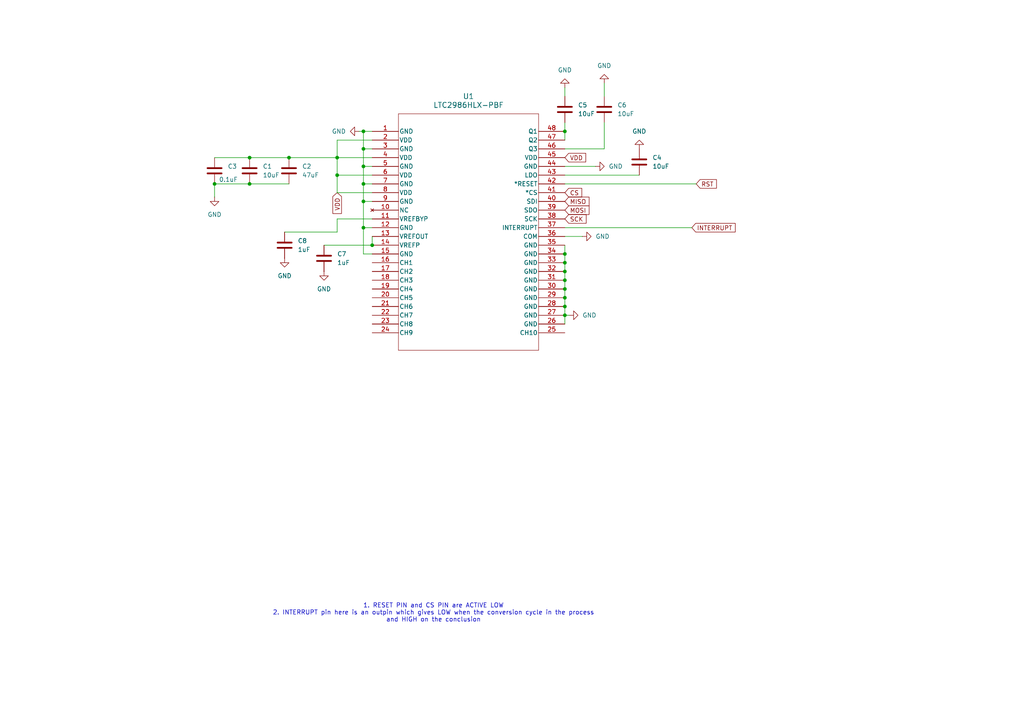
<source format=kicad_sch>
(kicad_sch (version 20231120) (generator "eeschema") (generator_version "8.0")
  (paper "A4")
  (lib_symbols
    (symbol "2025-01-09_17-24-37:LTC2986HLX-PBF" (pin_names (offset 0.254))
      (property "Reference" "U" (at 27.94 10.16 0))
      (property "Value" "LTC2986HLX-PBF" (at 27.94 7.62 0))
      (symbol "LTC2986HLX-PBF_0_1"
        (polyline (pts (xy 7.62 -63.5) (xy 48.26 -63.5)) (stroke (width 0.127)))
        (polyline (pts (xy 7.62 5.08) (xy 7.62 -63.5)) (stroke (width 0.127)))
        (polyline (pts (xy 48.26 -63.5) (xy 48.26 5.08)) (stroke (width 0.127)))
        (polyline (pts (xy 48.26 5.08) (xy 7.62 5.08)) (stroke (width 0.127)))
        (pin power_out line (at 0 0 0) (length 7.62) (name "GND") (number "1"))
        (pin no_connect line (at 0 -22.86 0) (length 7.62) (name "NC") (number "10"))
        (pin unspecified line (at 0 -25.4 0) (length 7.62) (name "VREFBYP") (number "11"))
        (pin power_out line (at 0 -27.94 0) (length 7.62) (name "GND") (number "12"))
        (pin output line (at 0 -30.48 0) (length 7.62) (name "VREFOUT") (number "13"))
        (pin input line (at 0 -33.02 0) (length 7.62) (name "VREFP") (number "14"))
        (pin power_out line (at 0 -35.56 0) (length 7.62) (name "GND") (number "15"))
        (pin input line (at 0 -38.1 0) (length 7.62) (name "CH1") (number "16"))
        (pin input line (at 0 -40.64 0) (length 7.62) (name "CH2") (number "17"))
        (pin input line (at 0 -43.18 0) (length 7.62) (name "CH3") (number "18"))
        (pin input line (at 0 -45.72 0) (length 7.62) (name "CH4") (number "19"))
        (pin power_in line (at 0 -2.54 0) (length 7.62) (name "VDD") (number "2"))
        (pin input line (at 0 -48.26 0) (length 7.62) (name "CH5") (number "20"))
        (pin input line (at 0 -50.8 0) (length 7.62) (name "CH6") (number "21"))
        (pin input line (at 0 -53.34 0) (length 7.62) (name "CH7") (number "22"))
        (pin input line (at 0 -55.88 0) (length 7.62) (name "CH8") (number "23"))
        (pin input line (at 0 -58.42 0) (length 7.62) (name "CH9") (number "24"))
        (pin input line (at 55.88 -58.42 180) (length 7.62) (name "CH10") (number "25"))
        (pin power_out line (at 55.88 -55.88 180) (length 7.62) (name "GND") (number "26"))
        (pin power_out line (at 55.88 -53.34 180) (length 7.62) (name "GND") (number "27"))
        (pin power_out line (at 55.88 -50.8 180) (length 7.62) (name "GND") (number "28"))
        (pin power_out line (at 55.88 -48.26 180) (length 7.62) (name "GND") (number "29"))
        (pin power_out line (at 0 -5.08 0) (length 7.62) (name "GND") (number "3"))
        (pin power_out line (at 55.88 -45.72 180) (length 7.62) (name "GND") (number "30"))
        (pin power_out line (at 55.88 -43.18 180) (length 7.62) (name "GND") (number "31"))
        (pin power_out line (at 55.88 -40.64 180) (length 7.62) (name "GND") (number "32"))
        (pin power_out line (at 55.88 -38.1 180) (length 7.62) (name "GND") (number "33"))
        (pin power_out line (at 55.88 -35.56 180) (length 7.62) (name "GND") (number "34"))
        (pin power_out line (at 55.88 -33.02 180) (length 7.62) (name "GND") (number "35"))
        (pin input line (at 55.88 -30.48 180) (length 7.62) (name "COM") (number "36"))
        (pin output line (at 55.88 -27.94 180) (length 7.62) (name "INTERRUPT") (number "37"))
        (pin input line (at 55.88 -25.4 180) (length 7.62) (name "SCK") (number "38"))
        (pin output line (at 55.88 -22.86 180) (length 7.62) (name "SDO") (number "39"))
        (pin power_in line (at 0 -7.62 0) (length 7.62) (name "VDD") (number "4"))
        (pin input line (at 55.88 -20.32 180) (length 7.62) (name "SDI") (number "40"))
        (pin bidirectional line (at 55.88 -17.78 180) (length 7.62) (name "*CS") (number "41"))
        (pin unspecified line (at 55.88 -15.24 180) (length 7.62) (name "*RESET") (number "42"))
        (pin output line (at 55.88 -12.7 180) (length 7.62) (name "LDO") (number "43"))
        (pin power_out line (at 55.88 -10.16 180) (length 7.62) (name "GND") (number "44"))
        (pin power_in line (at 55.88 -7.62 180) (length 7.62) (name "VDD") (number "45"))
        (pin unspecified line (at 55.88 -5.08 180) (length 7.62) (name "Q3") (number "46"))
        (pin unspecified line (at 55.88 -2.54 180) (length 7.62) (name "Q2") (number "47"))
        (pin unspecified line (at 55.88 0 180) (length 7.62) (name "Q1") (number "48"))
        (pin power_out line (at 0 -10.16 0) (length 7.62) (name "GND") (number "5"))
        (pin power_in line (at 0 -12.7 0) (length 7.62) (name "VDD") (number "6"))
        (pin power_out line (at 0 -15.24 0) (length 7.62) (name "GND") (number "7"))
        (pin power_in line (at 0 -17.78 0) (length 7.62) (name "VDD") (number "8"))
        (pin power_out line (at 0 -20.32 0) (length 7.62) (name "GND") (number "9"))
      )
    )
    (symbol "Device:C" (pin_numbers hide) (pin_names (offset 0.254))
      (property "Reference" "C" (at 0.635 2.54 0))
      (property "Value" "C" (at 0.635 -2.54 0))
      (symbol "C_0_1"
        (polyline (pts (xy -2.032 -0.762) (xy 2.032 -0.762)) (stroke (width 0.508)))
        (polyline (pts (xy -2.032 0.762) (xy 2.032 0.762)) (stroke (width 0.508)))
      )
      (symbol "C_1_1"
        (pin passive line (at 0 3.81 270) (length 2.794) (name "~") (number "1"))
        (pin passive line (at 0 -3.81 90) (length 2.794) (name "~") (number "2"))
      )
    )
    (symbol "power:GND" (power) (pin_numbers hide) (pin_names (offset 0) hide)
      (property "Value" "GND" (at 0 -3.81 0))
      (symbol "GND_0_1"
        (polyline (pts (xy 0 0) (xy 0 -1.27) (xy 1.27 -1.27) (xy 0 -2.54) (xy -1.27 -1.27) (xy 0 -1.27)))
      )
      (symbol "GND_1_1"
        (pin power_in line (at 0 0 270) (length 0) (name "~") (number "1"))
      )
    )
  )
  (junction (at 163.83 83.82))
  (junction (at 105.41 43.18))
  (junction (at 163.83 78.74))
  (junction (at 62.23 53.34))
  (junction (at 105.41 66.04))
  (junction (at 163.83 38.1))
  (junction (at 163.83 81.28))
  (junction (at 163.83 73.66))
  (junction (at 97.79 45.72))
  (junction (at 107.95 71.12))
  (junction (at 105.41 48.26))
  (junction (at 72.39 45.72))
  (junction (at 163.83 76.2))
  (junction (at 163.83 86.36))
  (junction (at 83.82 45.72))
  (junction (at 97.79 50.8))
  (junction (at 105.41 38.1))
  (junction (at 105.41 53.34))
  (junction (at 163.83 88.9))
  (junction (at 72.39 53.34))
  (junction (at 163.83 91.44))
  (junction (at 105.41 58.42))
  (wire (pts (xy 105.41 38.1) (xy 107.95 38.1)))
  (wire (pts (xy 105.41 43.18) (xy 105.41 38.1)))
  (wire (pts (xy 163.83 76.2) (xy 163.83 78.74)))
  (wire (pts (xy 62.23 53.34) (xy 72.39 53.34)))
  (wire (pts (xy 105.41 66.04) (xy 105.41 58.42)))
  (wire (pts (xy 107.95 66.04) (xy 105.41 66.04)))
  (wire (pts (xy 175.26 35.56) (xy 175.26 43.18)))
  (wire (pts (xy 163.83 86.36) (xy 163.83 88.9)))
  (wire (pts (xy 107.95 73.66) (xy 105.41 73.66)))
  (wire (pts (xy 172.72 48.26) (xy 163.83 48.26)))
  (wire (pts (xy 107.95 58.42) (xy 105.41 58.42)))
  (wire (pts (xy 163.83 71.12) (xy 163.83 73.66)))
  (wire (pts (xy 107.95 48.26) (xy 105.41 48.26)))
  (wire (pts (xy 163.83 81.28) (xy 163.83 83.82)))
  (wire (pts (xy 163.83 78.74) (xy 163.83 81.28)))
  (wire (pts (xy 163.83 43.18) (xy 175.26 43.18)))
  (wire (pts (xy 163.83 35.56) (xy 163.83 38.1)))
  (wire (pts (xy 107.95 63.5) (xy 97.79 63.5)))
  (wire (pts (xy 163.83 50.8) (xy 185.42 50.8)))
  (wire (pts (xy 175.26 24.13) (xy 175.26 27.94)))
  (wire (pts (xy 163.83 25.4) (xy 163.83 27.94)))
  (wire (pts (xy 163.83 91.44) (xy 163.83 93.98)))
  (wire (pts (xy 163.83 91.44) (xy 165.1 91.44)))
  (wire (pts (xy 83.82 45.72) (xy 97.79 45.72)))
  (wire (pts (xy 107.95 43.18) (xy 105.41 43.18)))
  (wire (pts (xy 107.95 53.34) (xy 105.41 53.34)))
  (wire (pts (xy 97.79 45.72) (xy 107.95 45.72)))
  (wire (pts (xy 163.83 73.66) (xy 163.83 76.2)))
  (wire (pts (xy 105.41 73.66) (xy 105.41 66.04)))
  (wire (pts (xy 62.23 53.34) (xy 62.23 57.15)))
  (wire (pts (xy 93.98 71.12) (xy 107.95 71.12)))
  (wire (pts (xy 163.83 66.04) (xy 200.66 66.04)))
  (wire (pts (xy 82.55 67.31) (xy 97.79 67.31)))
  (wire (pts (xy 104.14 38.1) (xy 105.41 38.1)))
  (wire (pts (xy 97.79 63.5) (xy 97.79 67.31)))
  (wire (pts (xy 72.39 53.34) (xy 83.82 53.34)))
  (wire (pts (xy 97.79 40.64) (xy 97.79 45.72)))
  (wire (pts (xy 163.83 68.58) (xy 168.91 68.58)))
  (wire (pts (xy 163.83 53.34) (xy 201.93 53.34)))
  (wire (pts (xy 107.95 55.88) (xy 97.79 55.88)))
  (wire (pts (xy 97.79 50.8) (xy 97.79 45.72)))
  (wire (pts (xy 107.95 50.8) (xy 97.79 50.8)))
  (wire (pts (xy 105.41 48.26) (xy 105.41 43.18)))
  (wire (pts (xy 62.23 45.72) (xy 72.39 45.72)))
  (wire (pts (xy 107.95 40.64) (xy 97.79 40.64)))
  (wire (pts (xy 163.83 38.1) (xy 163.83 40.64)))
  (wire (pts (xy 72.39 45.72) (xy 83.82 45.72)))
  (wire (pts (xy 163.83 88.9) (xy 163.83 91.44)))
  (wire (pts (xy 163.83 83.82) (xy 163.83 86.36)))
  (wire (pts (xy 97.79 55.88) (xy 97.79 50.8)))
  (wire (pts (xy 107.95 68.58) (xy 107.95 71.12)))
  (wire (pts (xy 105.41 53.34) (xy 105.41 48.26)))
  (wire (pts (xy 105.41 58.42) (xy 105.41 53.34)))
  (text "1. RESET PIN and CS PIN are ACTIVE LOW\n2. INTERRUPT pin here is an outpin which gives LOW when the conversion cycle in the process\nand HIGH on the conclusion" (at 125.73 177.8 0) (effects (font (size 1.27 1.27))))
  (global_label "RST" (shape input) (at 201.93 53.34 0) (property "Intersheetrefs" "${INTERSHEET_REFS}" (effects (hide yes))))
  (global_label "MISO" (shape input) (at 163.83 58.42 0) (property "Intersheetrefs" "${INTERSHEET_REFS}" (effects (hide yes))))
  (global_label "CS" (shape input) (at 163.83 55.88 0) (property "Intersheetrefs" "${INTERSHEET_REFS}" (effects (hide yes))))
  (global_label "SCK" (shape input) (at 163.83 63.5 0) (property "Intersheetrefs" "${INTERSHEET_REFS}" (effects (hide yes))))
  (global_label "INTERRUPT" (shape input) (at 200.66 66.04 0) (property "Intersheetrefs" "${INTERSHEET_REFS}" (effects (hide yes))))
  (global_label "VDD" (shape input) (at 97.79 55.88 270) (property "Intersheetrefs" "${INTERSHEET_REFS}" (effects (hide yes))))
  (global_label "MOSI" (shape input) (at 163.83 60.96 0) (property "Intersheetrefs" "${INTERSHEET_REFS}" (effects (hide yes))))
  (global_label "VDD" (shape input) (at 163.83 45.72 0) (property "Intersheetrefs" "${INTERSHEET_REFS}" (effects (hide yes))))
  (symbol (lib_id "power:GND") (at 104.14 38.1 270) (unit 1)
    (property "Reference" "#PWR01" (effects (hide yes)))
    (property "Value" "GND" (at 100.33 38.0999 90) (effects (justify right)))
    (property "Description" "Power symbol creates a global label with name \"GND\" , ground" (effects (hide yes)))
  )
  (symbol (lib_id "2025-01-09_17-24-37:LTC2986HLX-PBF") (at 107.95 38.1 0) (unit 1)
    (property "Reference" "U1" (at 135.89 27.94 0) (effects (font (size 1.524 1.524))))
    (property "Value" "LTC2986HLX-PBF" (at 135.89 30.48 0) (effects (font (size 1.524 1.524))))
    (property "Footprint" "LX_48_ADI" (effects (hide yes)))
    (property "Datasheet" "LTC2986HLX-PBF" (effects (hide yes)))
  )
  (symbol (lib_id "power:GND") (at 185.42 43.18 180) (unit 1)
    (property "Reference" "#PWR05" (effects (hide yes)))
    (property "Value" "GND" (at 185.42 38.1 0))
    (property "Description" "Power symbol creates a global label with name \"GND\" , ground" (effects (hide yes)))
  )
  (symbol (lib_id "Device:C") (at 175.26 31.75 180) (unit 1)
    (property "Reference" "C6" (at 179.07 30.4799 0) (effects (justify right)))
    (property "Value" "10uF" (at 179.07 33.0199 0) (effects (justify right)))
    (property "Description" "Unpolarized capacitor" (effects (hide yes)))
  )
  (symbol (lib_id "power:GND") (at 62.23 57.15 0) (unit 1)
    (property "Reference" "#PWR04" (effects (hide yes)))
    (property "Value" "GND" (at 62.23 62.23 0))
    (property "Description" "Power symbol creates a global label with name \"GND\" , ground" (effects (hide yes)))
  )
  (symbol (lib_id "Device:C") (at 163.83 31.75 180) (unit 1)
    (property "Reference" "C5" (at 167.64 30.4799 0) (effects (justify right)))
    (property "Value" "10uF" (at 167.64 33.0199 0) (effects (justify right)))
    (property "Description" "Unpolarized capacitor" (effects (hide yes)))
  )
  (symbol (lib_id "Device:C") (at 83.82 49.53 0) (unit 1)
    (property "Reference" "C2" (at 87.63 48.2599 0) (effects (justify left)))
    (property "Value" "47uF" (at 87.63 50.7999 0) (effects (justify left)))
    (property "Description" "Unpolarized capacitor" (effects (hide yes)))
  )
  (symbol (lib_id "Device:C") (at 82.55 71.12 0) (unit 1)
    (property "Reference" "C8" (at 86.36 69.8499 0) (effects (justify left)))
    (property "Value" "1uF" (at 86.36 72.3899 0) (effects (justify left)))
    (property "Description" "Unpolarized capacitor" (effects (hide yes)))
  )
  (symbol (lib_id "power:GND") (at 165.1 91.44 90) (unit 1)
    (property "Reference" "#PWR02" (effects (hide yes)))
    (property "Value" "GND" (at 168.91 91.4399 90) (effects (justify right)))
    (property "Description" "Power symbol creates a global label with name \"GND\" , ground" (effects (hide yes)))
  )
  (symbol (lib_id "Device:C") (at 72.39 49.53 0) (unit 1)
    (property "Reference" "C1" (at 76.2 48.2599 0) (effects (justify left)))
    (property "Value" "10uF" (at 76.2 50.7999 0) (effects (justify left)))
    (property "Description" "Unpolarized capacitor" (effects (hide yes)))
  )
  (symbol (lib_id "power:GND") (at 172.72 48.26 90) (unit 1)
    (property "Reference" "#PWR03" (effects (hide yes)))
    (property "Value" "GND" (at 176.53 48.2599 90) (effects (justify right)))
    (property "Description" "Power symbol creates a global label with name \"GND\" , ground" (effects (hide yes)))
  )
  (symbol (lib_id "Device:C") (at 93.98 74.93 0) (unit 1)
    (property "Reference" "C7" (at 97.79 73.6599 0) (effects (justify left)))
    (property "Value" "1uF" (at 97.79 76.1999 0) (effects (justify left)))
    (property "Description" "Unpolarized capacitor" (effects (hide yes)))
  )
  (symbol (lib_id "power:GND") (at 93.98 78.74 0) (unit 1)
    (property "Reference" "#PWR09" (effects (hide yes)))
    (property "Value" "GND" (at 93.98 83.82 0))
    (property "Description" "Power symbol creates a global label with name \"GND\" , ground" (effects (hide yes)))
  )
  (symbol (lib_id "power:GND") (at 82.55 74.93 0) (unit 1)
    (property "Reference" "#PWR010" (effects (hide yes)))
    (property "Value" "GND" (at 82.55 80.01 0))
    (property "Description" "Power symbol creates a global label with name \"GND\" , ground" (effects (hide yes)))
  )
  (symbol (lib_id "Device:C") (at 62.23 49.53 0) (unit 1)
    (property "Reference" "C3" (at 66.04 48.2599 0) (effects (justify left)))
    (property "Value" "0.1uF" (at 63.5 52.07 0) (effects (justify left)))
    (property "Description" "Unpolarized capacitor" (effects (hide yes)))
  )
  (symbol (lib_id "power:GND") (at 163.83 25.4 180) (unit 1)
    (property "Reference" "#PWR06" (effects (hide yes)))
    (property "Value" "GND" (at 163.83 20.32 0))
    (property "Description" "Power symbol creates a global label with name \"GND\" , ground" (effects (hide yes)))
  )
  (symbol (lib_id "Device:C") (at 185.42 46.99 180) (unit 1)
    (property "Reference" "C4" (at 189.23 45.7199 0) (effects (justify right)))
    (property "Value" "10uF" (at 189.23 48.2599 0) (effects (justify right)))
    (property "Description" "Unpolarized capacitor" (effects (hide yes)))
  )
  (symbol (lib_id "power:GND") (at 175.26 24.13 180) (unit 1)
    (property "Reference" "#PWR07" (effects (hide yes)))
    (property "Value" "GND" (at 175.26 19.05 0))
    (property "Description" "Power symbol creates a global label with name \"GND\" , ground" (effects (hide yes)))
  )
  (symbol (lib_id "power:GND") (at 168.91 68.58 90) (unit 1)
    (property "Reference" "#PWR08" (effects (hide yes)))
    (property "Value" "GND" (at 172.72 68.5799 90) (effects (justify right)))
    (property "Description" "Power symbol creates a global label with name \"GND\" , ground" (effects (hide yes)))
  )
)
</source>
